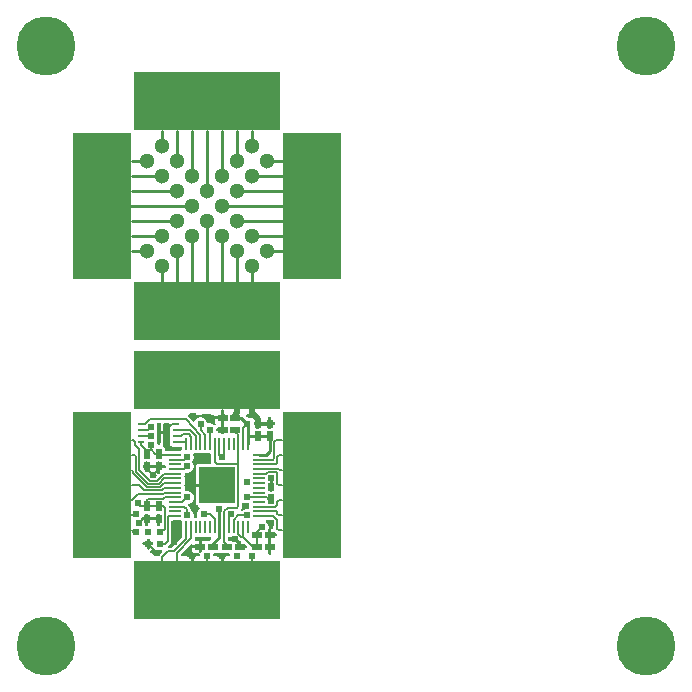
<source format=gtl>
G04 Layer: TopLayer*
G04 Panelize: , Column: 2, Row: 2, Board Size: 58.42mm x 58.42mm, Panelized Board Size: 118.84mm x 118.84mm*
G04 EasyEDA v6.5.34, 2023-08-21 18:11:39*
G04 a2cfa06f5d3c446ba3be34bd05ffaa75,5a6b42c53f6a479593ecc07194224c93,10*
G04 Gerber Generator version 0.2*
G04 Scale: 100 percent, Rotated: No, Reflected: No *
G04 Dimensions in millimeters *
G04 leading zeros omitted , absolute positions ,4 integer and 5 decimal *
%FSLAX45Y45*%
%MOMM*%

%AMMACRO1*21,1,$1,$2,0,0,$3*%
%ADD10C,0.2540*%
%ADD11C,0.1270*%
%ADD12C,0.5000*%
%ADD13R,0.5500X0.5500*%
%ADD14MACRO1,0.54X0.7901X0.0000*%
%ADD15R,0.5400X0.7901*%
%ADD16R,0.6000X0.2800*%
%ADD17R,0.3000X1.7000*%
%ADD18MACRO1,0.54X0.7901X-90.0000*%
%ADD19MACRO1,0.54X0.7901X90.0000*%
%ADD20R,1.1000X0.2000*%
%ADD21R,0.2000X1.1000*%
%ADD22R,3.1000X3.1000*%
%ADD23C,5.0000*%
%ADD24R,5.0000X12.4000*%
%ADD25R,12.4000X5.0000*%
%ADD26C,1.3000*%
%ADD27C,0.6096*%
%ADD28C,0.0133*%

%LPD*%
G36*
X2111705Y2309774D02*
G01*
X2108200Y2310688D01*
X2102053Y2313533D01*
X2092604Y2316073D01*
X2084578Y2316784D01*
X2081174Y2317699D01*
X2078278Y2319731D01*
X2076297Y2321712D01*
X2074062Y2325116D01*
X2073351Y2329180D01*
X2074265Y2333142D01*
X2076704Y2336444D01*
X2080971Y2338730D01*
X2085898Y2341727D01*
X2088235Y2343962D01*
X2091436Y2346096D01*
X2095195Y2346858D01*
X2131110Y2347214D01*
X2135073Y2346452D01*
X2138476Y2344166D01*
X2140661Y2340762D01*
X2141372Y2336800D01*
X2140458Y2332837D01*
X2138070Y2329535D01*
X2133498Y2327097D01*
X2128570Y2323998D01*
X2124506Y2319934D01*
X2121103Y2314498D01*
X2118614Y2311806D01*
X2115362Y2310180D01*
G37*

%LPD*%
G36*
X2169160Y2220722D02*
G01*
X2165248Y2221484D01*
X2161946Y2223668D01*
X2159762Y2226970D01*
X2159000Y2230882D01*
X2159000Y2251608D01*
X2149246Y2251608D01*
X2145538Y2252268D01*
X2142388Y2254250D01*
X2140153Y2257247D01*
X2139137Y2260854D01*
X2138680Y2265934D01*
X2139188Y2270099D01*
X2141321Y2273706D01*
X2144725Y2276144D01*
X2148789Y2277008D01*
X2159000Y2277008D01*
X2159000Y2326436D01*
X2159812Y2330450D01*
X2162200Y2333802D01*
X2165654Y2335936D01*
X2169718Y2336546D01*
X2174798Y2336292D01*
X2178507Y2335326D01*
X2181606Y2333091D01*
X2183688Y2329891D01*
X2184400Y2326132D01*
X2184400Y2277008D01*
X2260600Y2277008D01*
X2260600Y2311908D01*
X2261514Y2316073D01*
X2264054Y2319528D01*
X2267813Y2321610D01*
X2272893Y2323185D01*
X2276652Y2323592D01*
X2280259Y2322576D01*
X2283307Y2320340D01*
X2285288Y2317140D01*
X2286000Y2313432D01*
X2286000Y2277008D01*
X2311501Y2277008D01*
X2315616Y2276144D01*
X2319020Y2273655D01*
X2321153Y2270048D01*
X2321610Y2265832D01*
X2321102Y2260752D01*
X2320086Y2257196D01*
X2317851Y2254250D01*
X2314651Y2252268D01*
X2310993Y2251608D01*
X2286000Y2251608D01*
X2286000Y2230882D01*
X2285238Y2226970D01*
X2283002Y2223668D01*
X2279700Y2221484D01*
X2275840Y2220722D01*
X2270760Y2220722D01*
X2266848Y2221484D01*
X2263546Y2223668D01*
X2261362Y2226970D01*
X2260600Y2230882D01*
X2260600Y2251608D01*
X2184400Y2251608D01*
X2184400Y2230882D01*
X2183638Y2226970D01*
X2181402Y2223668D01*
X2178100Y2221484D01*
X2174240Y2220722D01*
G37*

%LPD*%
G36*
X1874469Y2175256D02*
G01*
X1870252Y2175662D01*
X1866595Y2177796D01*
X1864055Y2181199D01*
X1863191Y2185365D01*
X1863191Y2197100D01*
X1831644Y2197100D01*
X1827733Y2197862D01*
X1824431Y2200046D01*
X1822246Y2203348D01*
X1821484Y2207260D01*
X1821484Y2212340D01*
X1822246Y2216200D01*
X1824431Y2219502D01*
X1827733Y2221738D01*
X1831644Y2222500D01*
X1863191Y2222500D01*
X1863191Y2298700D01*
X1810461Y2298700D01*
X1810461Y2284984D01*
X1811172Y2278634D01*
X1813102Y2273198D01*
X1818944Y2264308D01*
X1819656Y2260193D01*
X1818639Y2256129D01*
X1816049Y2252827D01*
X1812391Y2250846D01*
X1806803Y2250694D01*
X1804416Y2251303D01*
X1802231Y2252472D01*
X1793493Y2258618D01*
X1784553Y2262733D01*
X1775104Y2265273D01*
X1765300Y2266137D01*
X1754682Y2265222D01*
X1751126Y2265527D01*
X1747977Y2267000D01*
X1745437Y2269490D01*
X1743964Y2272690D01*
X1742033Y2279853D01*
X1737918Y2288794D01*
X1732280Y2296820D01*
X1725320Y2303780D01*
X1717293Y2309418D01*
X1708353Y2313533D01*
X1698904Y2316073D01*
X1693468Y2316581D01*
X1689455Y2317800D01*
X1686102Y2320899D01*
X1683867Y2318207D01*
X1680159Y2316327D01*
X1669846Y2313533D01*
X1660906Y2309418D01*
X1652879Y2303780D01*
X1645920Y2296820D01*
X1640281Y2288794D01*
X1639163Y2286355D01*
X1636877Y2283256D01*
X1633626Y2281174D01*
X1629765Y2280513D01*
X1626006Y2281326D01*
X1622755Y2283510D01*
X1585315Y2321102D01*
X1582318Y2323541D01*
X1579727Y2326741D01*
X1578610Y2330704D01*
X1579168Y2334768D01*
X1581251Y2338273D01*
X1584604Y2340711D01*
X1588617Y2341575D01*
X1644294Y2342134D01*
X1647189Y2341778D01*
X1649831Y2340610D01*
X1652473Y2338933D01*
X1657959Y2337003D01*
X1664258Y2336292D01*
X1677517Y2336292D01*
X1681581Y2335428D01*
X1684985Y2333040D01*
X1686153Y2332634D01*
X1689252Y2335479D01*
X1694434Y2336901D01*
X1699971Y2338730D01*
X1704238Y2341372D01*
X1706727Y2342438D01*
X1709420Y2342845D01*
X1769262Y2343454D01*
X1772107Y2343048D01*
X1774748Y2341880D01*
X1779473Y2338933D01*
X1784959Y2337003D01*
X1791258Y2336292D01*
X1800301Y2336292D01*
X1804212Y2335530D01*
X1807514Y2333294D01*
X1809699Y2329992D01*
X1810461Y2326132D01*
X1810461Y2324100D01*
X1863191Y2324100D01*
X1863191Y2334361D01*
X1863953Y2338222D01*
X1866138Y2341524D01*
X1869389Y2343708D01*
X1873250Y2344521D01*
X1878330Y2344572D01*
X1882241Y2343861D01*
X1885594Y2341626D01*
X1887829Y2338324D01*
X1888591Y2334412D01*
X1888591Y2324100D01*
X1909318Y2324100D01*
X1913229Y2323338D01*
X1916531Y2321102D01*
X1918716Y2317800D01*
X1919478Y2313940D01*
X1919478Y2308860D01*
X1918716Y2304948D01*
X1916531Y2301646D01*
X1913229Y2299462D01*
X1909318Y2298700D01*
X1888591Y2298700D01*
X1888591Y2222500D01*
X1909318Y2222500D01*
X1913229Y2221738D01*
X1916531Y2219502D01*
X1918716Y2216200D01*
X1919478Y2212340D01*
X1919478Y2207260D01*
X1918716Y2203348D01*
X1916531Y2200046D01*
X1913229Y2197862D01*
X1909318Y2197100D01*
X1888591Y2197100D01*
X1888591Y2185924D01*
X1887931Y2182317D01*
X1886000Y2179167D01*
X1883105Y2176881D01*
X1879549Y2175814D01*
G37*

%LPD*%
G36*
X1396695Y2032152D02*
G01*
X1392783Y2032863D01*
X1389430Y2035098D01*
X1387195Y2038400D01*
X1386382Y2042312D01*
X1386382Y2049221D01*
X1385671Y2055571D01*
X1383792Y2061006D01*
X1380693Y2065934D01*
X1376629Y2069998D01*
X1373581Y2071928D01*
X1370685Y2074672D01*
X1369060Y2078278D01*
X1368958Y2082241D01*
X1370380Y2085949D01*
X1371752Y2088184D01*
X1373682Y2093671D01*
X1374394Y2099970D01*
X1374394Y2171700D01*
X1346200Y2171700D01*
X1346200Y2164842D01*
X1345234Y2160574D01*
X1344015Y2159000D01*
X1345234Y2157425D01*
X1346200Y2153107D01*
X1346200Y2088642D01*
X1345234Y2084374D01*
X1342542Y2080869D01*
X1338681Y2078837D01*
X1334262Y2078634D01*
X1330198Y2080361D01*
X1327251Y2083562D01*
X1325930Y2087778D01*
X1325473Y2092604D01*
X1322933Y2102053D01*
X1321765Y2104644D01*
X1320800Y2108962D01*
X1320800Y2132838D01*
X1321765Y2137156D01*
X1322933Y2139746D01*
X1325473Y2149195D01*
X1325930Y2154021D01*
X1327251Y2158187D01*
X1327251Y2159762D01*
X1325930Y2163978D01*
X1325473Y2168804D01*
X1322933Y2178253D01*
X1320901Y2182672D01*
X1319936Y2186787D01*
X1320800Y2191004D01*
X1320800Y2209038D01*
X1321765Y2213356D01*
X1322933Y2215946D01*
X1325473Y2225395D01*
X1325930Y2230221D01*
X1327251Y2234387D01*
X1327251Y2235962D01*
X1325930Y2240178D01*
X1325473Y2245004D01*
X1323187Y2253640D01*
X1322882Y2257348D01*
X1323949Y2260904D01*
X1326184Y2263851D01*
X1329334Y2265781D01*
X1332992Y2266442D01*
X1336040Y2266442D01*
X1339900Y2265680D01*
X1343202Y2263444D01*
X1345438Y2260193D01*
X1346200Y2256282D01*
X1346200Y2241042D01*
X1345234Y2236774D01*
X1344015Y2235200D01*
X1345234Y2233625D01*
X1346200Y2229307D01*
X1346200Y2197100D01*
X1374394Y2197100D01*
X1374394Y2256282D01*
X1375156Y2260193D01*
X1377391Y2263444D01*
X1380693Y2265680D01*
X1384554Y2266442D01*
X1418183Y2266442D01*
X1422044Y2265680D01*
X1425346Y2263444D01*
X1427530Y2260193D01*
X1428343Y2256282D01*
X1428343Y2245969D01*
X1429054Y2239670D01*
X1430274Y2234387D01*
X1429054Y2229154D01*
X1428343Y2222804D01*
X1428343Y2195982D01*
X1429054Y2189632D01*
X1430274Y2184400D01*
X1429004Y2179167D01*
X1428292Y2172817D01*
X1428292Y2145995D01*
X1429004Y2139645D01*
X1430274Y2134362D01*
X1429054Y2129129D01*
X1428343Y2122830D01*
X1428343Y2095957D01*
X1429054Y2089657D01*
X1430934Y2084171D01*
X1434033Y2079294D01*
X1438148Y2075180D01*
X1443024Y2072132D01*
X1448460Y2070201D01*
X1454810Y2069490D01*
X1513586Y2069490D01*
X1521460Y2070455D01*
X1525727Y2070100D01*
X1529435Y2068017D01*
X1531975Y2064562D01*
X1532890Y2060397D01*
X1532890Y2045970D01*
X1532128Y2042058D01*
X1529892Y2038807D01*
X1526590Y2036572D01*
X1522730Y2035810D01*
X1419352Y2035810D01*
X1413052Y2035098D01*
X1406499Y2032812D01*
X1403299Y2032254D01*
G37*

%LPD*%
G36*
X1641602Y1899412D02*
G01*
X1637741Y1899920D01*
X1634337Y1901850D01*
X1631899Y1904898D01*
X1630832Y1908657D01*
X1630273Y1914804D01*
X1627733Y1924253D01*
X1623618Y1933193D01*
X1620723Y1937257D01*
X1619097Y1941017D01*
X1619097Y1945132D01*
X1620723Y1948942D01*
X1623618Y1953006D01*
X1627733Y1961946D01*
X1630273Y1971395D01*
X1631137Y1981200D01*
X1630273Y1990953D01*
X1627479Y2001367D01*
X1627225Y2005279D01*
X1628495Y2008987D01*
X1631035Y2011984D01*
X1634540Y2013762D01*
X1639366Y2014016D01*
X1658213Y2014016D01*
X1664563Y2014728D01*
X1668780Y2015591D01*
X1673047Y2014728D01*
X1679346Y2014016D01*
X1698243Y2014016D01*
X1704543Y2014728D01*
X1708810Y2015591D01*
X1713026Y2014728D01*
X1719376Y2014016D01*
X1738223Y2014016D01*
X1744522Y2014728D01*
X1748789Y2015591D01*
X1753057Y2014728D01*
X1759356Y2014016D01*
X1766316Y2014016D01*
X1770227Y2013204D01*
X1773478Y2011019D01*
X1775714Y2007717D01*
X1776475Y2003856D01*
X1776475Y1938274D01*
X1777136Y1932025D01*
X1776679Y1927809D01*
X1774596Y1924151D01*
X1771142Y1921713D01*
X1767027Y1920798D01*
X1674368Y1920798D01*
X1668018Y1920087D01*
X1662582Y1918207D01*
X1657654Y1915109D01*
X1653590Y1910994D01*
X1648510Y1902764D01*
X1645361Y1900428D01*
G37*

%LPD*%
G36*
X1330960Y1837994D02*
G01*
X1327048Y1838756D01*
X1323797Y1840941D01*
X1321562Y1844243D01*
X1320800Y1848154D01*
X1320800Y1888591D01*
X1244600Y1888591D01*
X1244600Y1860854D01*
X1243838Y1856943D01*
X1241602Y1853641D01*
X1238300Y1851456D01*
X1234440Y1850694D01*
X1230528Y1851456D01*
X1227277Y1853641D01*
X1222197Y1858721D01*
X1219962Y1862023D01*
X1219200Y1865934D01*
X1219200Y1888591D01*
X1210818Y1888591D01*
X1206906Y1889353D01*
X1203655Y1891588D01*
X1201420Y1894839D01*
X1200658Y1898751D01*
X1200658Y1903831D01*
X1201420Y1907692D01*
X1203655Y1910994D01*
X1206906Y1913229D01*
X1210818Y1913991D01*
X1219200Y1913991D01*
X1219200Y1934718D01*
X1219962Y1938629D01*
X1222197Y1941931D01*
X1225448Y1944116D01*
X1229360Y1944878D01*
X1234440Y1944878D01*
X1238300Y1944116D01*
X1241602Y1941931D01*
X1243838Y1938629D01*
X1244600Y1934718D01*
X1244600Y1913991D01*
X1320800Y1913991D01*
X1320800Y1934718D01*
X1321562Y1938629D01*
X1323797Y1941931D01*
X1327048Y1944116D01*
X1330960Y1944878D01*
X1336040Y1944878D01*
X1339900Y1944116D01*
X1343202Y1941931D01*
X1345438Y1938629D01*
X1346200Y1934718D01*
X1346200Y1913991D01*
X1383385Y1913991D01*
X1387805Y1912975D01*
X1391361Y1910181D01*
X1393291Y1906117D01*
X1394206Y1902206D01*
X1394460Y1899361D01*
X1393494Y1895398D01*
X1391361Y1891842D01*
X1387957Y1889455D01*
X1383893Y1888591D01*
X1346200Y1888591D01*
X1346200Y1853234D01*
X1345438Y1849323D01*
X1343202Y1846021D01*
X1338122Y1840941D01*
X1334820Y1838756D01*
G37*

%LPD*%
G36*
X1274876Y1810257D02*
G01*
X1270965Y1811020D01*
X1267663Y1813255D01*
X1261008Y1819910D01*
X1258773Y1823313D01*
X1258062Y1827275D01*
X1258976Y1831289D01*
X1261364Y1834591D01*
X1264869Y1836674D01*
X1270101Y1838502D01*
X1278788Y1844293D01*
X1282700Y1845056D01*
X1286560Y1844293D01*
X1290370Y1841601D01*
X1295298Y1838502D01*
X1300734Y1836572D01*
X1308506Y1835861D01*
X1312418Y1835099D01*
X1315720Y1832914D01*
X1317904Y1829612D01*
X1318666Y1825701D01*
X1317904Y1821840D01*
X1315720Y1818538D01*
X1310436Y1813255D01*
X1307134Y1811020D01*
X1303223Y1810257D01*
G37*

%LPD*%
G36*
X2283460Y1687322D02*
G01*
X2279548Y1688084D01*
X2276246Y1690268D01*
X2274062Y1693570D01*
X2273300Y1697482D01*
X2273300Y1718310D01*
X2271166Y1718919D01*
X2267966Y1720900D01*
X2265730Y1723948D01*
X2264714Y1727555D01*
X2264308Y1732635D01*
X2264765Y1736496D01*
X2266594Y1739900D01*
X2269591Y1742389D01*
X2273300Y1743557D01*
X2273300Y1796440D01*
X2269896Y1797608D01*
X2267153Y1799843D01*
X2265324Y1802942D01*
X2264714Y1806498D01*
X2264714Y1808835D01*
X2265578Y1813001D01*
X2268118Y1816404D01*
X2271420Y1819351D01*
X2274570Y1821281D01*
X2278176Y1821942D01*
X2294382Y1821942D01*
X2298293Y1821180D01*
X2301544Y1818944D01*
X2303780Y1815693D01*
X2304542Y1811782D01*
X2304542Y1806498D01*
X2303830Y1802739D01*
X2301798Y1799539D01*
X2298700Y1797253D01*
X2298700Y1743608D01*
X2302611Y1742998D01*
X2305659Y1741220D01*
X2307945Y1738528D01*
X2310892Y1733448D01*
X2312162Y1729435D01*
X2311755Y1725218D01*
X2309622Y1721561D01*
X2306218Y1719072D01*
X2302103Y1718208D01*
X2298700Y1718208D01*
X2298700Y1697482D01*
X2297938Y1693570D01*
X2295702Y1690268D01*
X2292400Y1688084D01*
X2288540Y1687322D01*
G37*

%LPD*%
G36*
X1825193Y1591157D02*
G01*
X1821637Y1592173D01*
X1818690Y1594459D01*
X1816760Y1597609D01*
X1816100Y1601266D01*
X1816100Y1727200D01*
X1647901Y1727200D01*
X1647901Y1659585D01*
X1647037Y1655521D01*
X1644650Y1652168D01*
X1641093Y1649984D01*
X1636979Y1649475D01*
X1632966Y1650593D01*
X1629765Y1653235D01*
X1623618Y1666493D01*
X1617980Y1674520D01*
X1611020Y1681480D01*
X1602994Y1687118D01*
X1594053Y1691233D01*
X1584604Y1693773D01*
X1574800Y1694637D01*
X1565046Y1693773D01*
X1560626Y1694383D01*
X1556918Y1696821D01*
X1554581Y1700631D01*
X1554073Y1705051D01*
X1554683Y1710486D01*
X1554683Y1729333D01*
X1553972Y1735632D01*
X1553108Y1739900D01*
X1553972Y1744167D01*
X1554683Y1750466D01*
X1554683Y1769313D01*
X1553972Y1775663D01*
X1553108Y1779879D01*
X1553972Y1784146D01*
X1554683Y1790496D01*
X1554683Y1809343D01*
X1553972Y1815642D01*
X1553108Y1819910D01*
X1553972Y1824126D01*
X1554683Y1830476D01*
X1554683Y1839315D01*
X1555546Y1843430D01*
X1557985Y1846783D01*
X1561592Y1848916D01*
X1565757Y1849424D01*
X1574800Y1848662D01*
X1584604Y1849526D01*
X1594053Y1852066D01*
X1602994Y1856181D01*
X1611020Y1861820D01*
X1617980Y1868779D01*
X1623618Y1876806D01*
X1627886Y1886305D01*
X1629765Y1890014D01*
X1632966Y1892706D01*
X1636979Y1893824D01*
X1641093Y1893265D01*
X1644650Y1891131D01*
X1647037Y1887778D01*
X1647901Y1883714D01*
X1647901Y1752600D01*
X1816100Y1752600D01*
X1816100Y1875485D01*
X1816912Y1879447D01*
X1819198Y1882800D01*
X1822653Y1884984D01*
X1826666Y1885645D01*
X1831746Y1885442D01*
X1835505Y1884527D01*
X1838655Y1882343D01*
X1840738Y1879092D01*
X1841500Y1875282D01*
X1841500Y1752600D01*
X1964943Y1752600D01*
X1968855Y1751838D01*
X1972157Y1749602D01*
X1974342Y1746300D01*
X1975104Y1742389D01*
X1975104Y1737309D01*
X1974291Y1733448D01*
X1972106Y1730146D01*
X1968804Y1727962D01*
X1964943Y1727200D01*
X1841500Y1727200D01*
X1841500Y1602333D01*
X1840788Y1598676D01*
X1838807Y1595475D01*
X1835810Y1593240D01*
X1828901Y1591411D01*
G37*

%LPD*%
G36*
X2038959Y1527657D02*
G01*
X2035149Y1529283D01*
X2032355Y1532331D01*
X2030984Y1536192D01*
X2031238Y1540306D01*
X2036673Y1550568D01*
X2038451Y1557223D01*
X2038857Y1562354D01*
X2038959Y1580997D01*
X2039772Y1584960D01*
X2042058Y1588312D01*
X2045512Y1590446D01*
X2049525Y1591106D01*
X2053437Y1590141D01*
X2063546Y1585315D01*
X2072995Y1582826D01*
X2082800Y1581962D01*
X2092147Y1582775D01*
X2096566Y1582166D01*
X2100326Y1579727D01*
X2102662Y1575917D01*
X2103120Y1571498D01*
X2102866Y1569313D01*
X2102866Y1551584D01*
X2102002Y1547469D01*
X2099564Y1544066D01*
X2096007Y1541932D01*
X2091842Y1541475D01*
X2082800Y1542237D01*
X2072995Y1541373D01*
X2063546Y1538833D01*
X2054606Y1534718D01*
X2046884Y1529283D01*
X2043074Y1527657D01*
G37*

%LPD*%
G36*
X1640484Y1465834D02*
G01*
X1636369Y1466646D01*
X1632966Y1469085D01*
X1630832Y1472692D01*
X1630375Y1476857D01*
X1631137Y1485900D01*
X1630273Y1495704D01*
X1627733Y1505153D01*
X1623618Y1514094D01*
X1617980Y1522069D01*
X1610055Y1529943D01*
X1608023Y1532737D01*
X1607058Y1536090D01*
X1606296Y1543405D01*
X1604213Y1549806D01*
X1600809Y1555750D01*
X1597304Y1559814D01*
X1588922Y1568196D01*
X1586636Y1571752D01*
X1585976Y1575917D01*
X1587042Y1579981D01*
X1589735Y1583283D01*
X1602994Y1589481D01*
X1611020Y1595120D01*
X1617980Y1602079D01*
X1623618Y1610106D01*
X1627886Y1619656D01*
X1629765Y1623314D01*
X1632966Y1626006D01*
X1636979Y1627124D01*
X1641093Y1626616D01*
X1644650Y1624431D01*
X1647037Y1621078D01*
X1647901Y1617014D01*
X1647901Y1585468D01*
X1648612Y1579168D01*
X1650492Y1573682D01*
X1653590Y1568805D01*
X1657654Y1564690D01*
X1662582Y1561642D01*
X1668018Y1559712D01*
X1672386Y1559204D01*
X1675993Y1558086D01*
X1678990Y1555750D01*
X1680870Y1552498D01*
X1681429Y1548739D01*
X1680565Y1545082D01*
X1678432Y1541932D01*
X1671320Y1534820D01*
X1665681Y1526794D01*
X1661566Y1517853D01*
X1659026Y1508404D01*
X1658162Y1498600D01*
X1659026Y1488795D01*
X1661718Y1478584D01*
X1662023Y1474927D01*
X1660956Y1471371D01*
X1658721Y1468424D01*
X1655572Y1466494D01*
X1651914Y1465834D01*
G37*

%LPD*%
G36*
X1229360Y1396339D02*
G01*
X1225448Y1397101D01*
X1222197Y1399286D01*
X1219962Y1402588D01*
X1219200Y1406499D01*
X1219200Y1444091D01*
X1192428Y1444091D01*
X1188516Y1444853D01*
X1185214Y1447088D01*
X1183030Y1450340D01*
X1182268Y1454251D01*
X1183030Y1458163D01*
X1188110Y1465173D01*
X1190345Y1467459D01*
X1193241Y1468983D01*
X1196441Y1469491D01*
X1219200Y1469491D01*
X1219200Y1490218D01*
X1219962Y1494129D01*
X1222197Y1497431D01*
X1225448Y1499616D01*
X1229360Y1500378D01*
X1234440Y1500378D01*
X1238300Y1499616D01*
X1241602Y1497431D01*
X1243838Y1494129D01*
X1244600Y1490218D01*
X1244600Y1469491D01*
X1320800Y1469491D01*
X1320800Y1490218D01*
X1321562Y1494129D01*
X1323797Y1497431D01*
X1327048Y1499616D01*
X1330960Y1500378D01*
X1336040Y1500378D01*
X1339900Y1499616D01*
X1343202Y1497431D01*
X1345438Y1494129D01*
X1346200Y1490218D01*
X1346200Y1468526D01*
X1349298Y1466291D01*
X1351330Y1463090D01*
X1352042Y1459331D01*
X1352042Y1454251D01*
X1351330Y1450492D01*
X1349298Y1447292D01*
X1346200Y1445056D01*
X1346200Y1406499D01*
X1345438Y1402588D01*
X1343202Y1399286D01*
X1339900Y1397101D01*
X1336040Y1396339D01*
X1330960Y1396339D01*
X1327048Y1397101D01*
X1323797Y1399286D01*
X1321562Y1402588D01*
X1320800Y1406499D01*
X1320800Y1444091D01*
X1244600Y1444091D01*
X1244600Y1406499D01*
X1243838Y1402588D01*
X1241602Y1399286D01*
X1238300Y1397101D01*
X1234440Y1396339D01*
G37*

%LPD*%
G36*
X1170279Y1396288D02*
G01*
X1166418Y1397203D01*
X1162253Y1399133D01*
X1149197Y1402689D01*
X1146200Y1404975D01*
X1144219Y1408125D01*
X1143508Y1411833D01*
X1143508Y1432966D01*
X1144219Y1436674D01*
X1146200Y1439824D01*
X1149197Y1442110D01*
X1162253Y1445666D01*
X1164539Y1446682D01*
X1168450Y1447647D01*
X1172464Y1446987D01*
X1175867Y1444802D01*
X1178204Y1441450D01*
X1178966Y1437487D01*
X1178966Y1417878D01*
X1179677Y1411528D01*
X1180338Y1409750D01*
X1180896Y1405890D01*
X1179880Y1402029D01*
X1177544Y1398879D01*
X1174140Y1396847D01*
G37*

%LPD*%
G36*
X1968500Y1268780D02*
G01*
X1965147Y1269339D01*
X1959254Y1271371D01*
X1952904Y1272082D01*
X1931212Y1272082D01*
X1927352Y1272895D01*
X1924050Y1275080D01*
X1921814Y1278382D01*
X1921052Y1282242D01*
X1921052Y1293825D01*
X1921814Y1297736D01*
X1924050Y1301038D01*
X1927352Y1303223D01*
X1931212Y1303985D01*
X1938223Y1303985D01*
X1944522Y1304696D01*
X1948789Y1305610D01*
X1953056Y1304696D01*
X1959356Y1303985D01*
X1978202Y1303985D01*
X1984400Y1304696D01*
X1987397Y1304594D01*
X1990242Y1303578D01*
X1992680Y1301800D01*
X2005025Y1289456D01*
X2007209Y1286154D01*
X2008022Y1282242D01*
X2007209Y1278382D01*
X2005025Y1275080D01*
X2001723Y1272895D01*
X1997862Y1272082D01*
X1984044Y1272082D01*
X1977745Y1271371D01*
X1971852Y1269339D01*
G37*

%LPD*%
G36*
X1423212Y1213358D02*
G01*
X1419301Y1214120D01*
X1415999Y1216355D01*
X1413814Y1219606D01*
X1413052Y1223518D01*
X1413814Y1227429D01*
X1415999Y1230680D01*
X1432153Y1246835D01*
X1436725Y1252474D01*
X1439773Y1258468D01*
X1441551Y1265072D01*
X1441958Y1270406D01*
X1441958Y1433830D01*
X1442720Y1437741D01*
X1444955Y1441043D01*
X1448206Y1443228D01*
X1452118Y1443990D01*
X1522730Y1443990D01*
X1526590Y1443228D01*
X1529892Y1441043D01*
X1532128Y1437741D01*
X1532890Y1433830D01*
X1532890Y1330452D01*
X1533601Y1324152D01*
X1535887Y1317650D01*
X1536446Y1314297D01*
X1536446Y1306880D01*
X1535684Y1302969D01*
X1533448Y1299667D01*
X1450136Y1216355D01*
X1446834Y1214120D01*
X1442923Y1213358D01*
G37*

%LPD*%
G36*
X1248460Y1197305D02*
G01*
X1244396Y1199083D01*
X1241450Y1202436D01*
X1240688Y1203960D01*
X1237488Y1207820D01*
X1235760Y1210818D01*
X1235202Y1214272D01*
X1235202Y1235202D01*
X1214221Y1235202D01*
X1210767Y1235811D01*
X1207770Y1237538D01*
X1203960Y1240688D01*
X1202385Y1241501D01*
X1199032Y1244396D01*
X1197203Y1248460D01*
X1197305Y1252931D01*
X1199337Y1256893D01*
X1202842Y1259636D01*
X1207160Y1260602D01*
X1235202Y1260602D01*
X1235202Y1279347D01*
X1235964Y1283258D01*
X1238148Y1286560D01*
X1241450Y1288745D01*
X1245362Y1289507D01*
X1250442Y1289507D01*
X1254302Y1288745D01*
X1257604Y1286560D01*
X1259840Y1283258D01*
X1260602Y1279347D01*
X1260602Y1260602D01*
X1279296Y1260602D01*
X1283208Y1259840D01*
X1286510Y1257655D01*
X1288694Y1254353D01*
X1289456Y1250442D01*
X1289456Y1245362D01*
X1288694Y1241501D01*
X1286510Y1238199D01*
X1283208Y1236014D01*
X1279296Y1235202D01*
X1260602Y1235202D01*
X1260602Y1207262D01*
X1259636Y1202893D01*
X1256893Y1199388D01*
X1252880Y1197406D01*
G37*

%LPD*%
G36*
X2025192Y1191260D02*
G01*
X2021230Y1192174D01*
X2016150Y1194562D01*
X2013051Y1196797D01*
X2011019Y1199997D01*
X2010308Y1203756D01*
X2010308Y1206500D01*
X1989582Y1206500D01*
X1985670Y1207262D01*
X1982368Y1209497D01*
X1980184Y1212748D01*
X1979422Y1216660D01*
X1979422Y1221740D01*
X1980184Y1225600D01*
X1982368Y1228902D01*
X1985670Y1231138D01*
X1989582Y1231900D01*
X2010308Y1231900D01*
X2010308Y1264615D01*
X2011019Y1268374D01*
X2013000Y1271574D01*
X2016099Y1273810D01*
X2019757Y1274775D01*
X2023516Y1274318D01*
X2028596Y1272743D01*
X2032304Y1270660D01*
X2034793Y1267206D01*
X2035708Y1263040D01*
X2035708Y1231900D01*
X2071065Y1231900D01*
X2074976Y1231138D01*
X2078228Y1228902D01*
X2083307Y1223822D01*
X2085543Y1220520D01*
X2086305Y1216660D01*
X2085543Y1212748D01*
X2083307Y1209497D01*
X2080056Y1207262D01*
X2076145Y1206500D01*
X2035708Y1206500D01*
X2035708Y1201369D01*
X2034895Y1197406D01*
X2032609Y1194104D01*
X2029206Y1191920D01*
G37*

%LPD*%
G36*
X2280361Y1155090D02*
G01*
X2276602Y1155496D01*
X2271522Y1157020D01*
X2267762Y1159103D01*
X2265222Y1162558D01*
X2264308Y1166774D01*
X2264308Y1206500D01*
X2243582Y1206500D01*
X2239670Y1207262D01*
X2236368Y1209497D01*
X2234184Y1212748D01*
X2233422Y1216660D01*
X2233422Y1221740D01*
X2234184Y1225600D01*
X2236368Y1228902D01*
X2239670Y1231138D01*
X2243582Y1231900D01*
X2264308Y1231900D01*
X2264308Y1308100D01*
X2243582Y1308100D01*
X2239670Y1308862D01*
X2236368Y1311097D01*
X2234184Y1314348D01*
X2233422Y1318260D01*
X2233422Y1323340D01*
X2234184Y1327200D01*
X2236368Y1330502D01*
X2239670Y1332738D01*
X2243582Y1333500D01*
X2264308Y1333500D01*
X2264308Y1369466D01*
X2265273Y1374495D01*
X2266137Y1384300D01*
X2265273Y1394104D01*
X2262733Y1403553D01*
X2258618Y1412494D01*
X2252980Y1420520D01*
X2242362Y1431188D01*
X2241042Y1435404D01*
X2241600Y1439824D01*
X2244039Y1443532D01*
X2247747Y1445869D01*
X2251151Y1447038D01*
X2254554Y1447596D01*
X2287117Y1447596D01*
X2291029Y1446834D01*
X2294331Y1444650D01*
X2301544Y1437436D01*
X2303780Y1434134D01*
X2304542Y1430223D01*
X2304542Y1383842D01*
X2303780Y1379982D01*
X2301544Y1376680D01*
X2298242Y1374495D01*
X2294382Y1373682D01*
X2289708Y1373682D01*
X2289708Y1333500D01*
X2326386Y1333500D01*
X2328773Y1333195D01*
X2333244Y1331214D01*
X2336647Y1328420D01*
X2338527Y1324457D01*
X2338578Y1320038D01*
X2337714Y1316126D01*
X2336444Y1312926D01*
X2334158Y1310335D01*
X2331161Y1308658D01*
X2327808Y1308100D01*
X2289708Y1308100D01*
X2289708Y1231900D01*
X2311146Y1231900D01*
X2315006Y1231138D01*
X2318308Y1228902D01*
X2320544Y1225600D01*
X2321306Y1221740D01*
X2321306Y1216660D01*
X2320544Y1212748D01*
X2318308Y1209497D01*
X2315006Y1207262D01*
X2311146Y1206500D01*
X2289708Y1206500D01*
X2289708Y1165199D01*
X2288997Y1161542D01*
X2287016Y1158341D01*
X2283968Y1156106D01*
G37*

%LPD*%
G36*
X1322171Y1140561D02*
G01*
X1318615Y1141120D01*
X1313840Y1142796D01*
X1307541Y1143508D01*
X1302715Y1143508D01*
X1299159Y1144168D01*
X1296009Y1146048D01*
X1293774Y1148892D01*
X1291488Y1153160D01*
X1286357Y1159357D01*
X1280160Y1164488D01*
X1273708Y1167942D01*
X1271320Y1169670D01*
X1269542Y1172057D01*
X1265529Y1179525D01*
X1264361Y1183335D01*
X1264716Y1187297D01*
X1266545Y1190802D01*
X1269644Y1193292D01*
X1273403Y1194460D01*
X1281176Y1195273D01*
X1286611Y1197152D01*
X1289964Y1199286D01*
X1293469Y1200658D01*
X1297279Y1200658D01*
X1300784Y1199286D01*
X1304188Y1197152D01*
X1309624Y1195222D01*
X1315923Y1194511D01*
X1352956Y1194511D01*
X1356868Y1193749D01*
X1360170Y1191564D01*
X1362354Y1188262D01*
X1363116Y1184351D01*
X1362354Y1180490D01*
X1360170Y1177188D01*
X1336446Y1153464D01*
X1331874Y1147826D01*
X1328826Y1143203D01*
X1325727Y1141272D01*
G37*

%LPD*%
G36*
X1843938Y1130300D02*
G01*
X1840026Y1131062D01*
X1836775Y1133297D01*
X1832203Y1137818D01*
X1827326Y1140866D01*
X1821840Y1142796D01*
X1815541Y1143508D01*
X1805533Y1143508D01*
X1802079Y1144117D01*
X1799082Y1145794D01*
X1796796Y1148435D01*
X1795576Y1151636D01*
X1795068Y1154125D01*
X1795170Y1158544D01*
X1797151Y1162558D01*
X1800656Y1165301D01*
X1805025Y1166266D01*
X1833321Y1166266D01*
X1839671Y1166977D01*
X1845106Y1168908D01*
X1848815Y1171194D01*
X1852320Y1172616D01*
X1856079Y1172616D01*
X1859584Y1171194D01*
X1863293Y1168908D01*
X1868728Y1166977D01*
X1875078Y1166266D01*
X1928774Y1166266D01*
X1933143Y1165301D01*
X1936648Y1162558D01*
X1938629Y1158544D01*
X1938731Y1154125D01*
X1938223Y1151636D01*
X1937004Y1148435D01*
X1934718Y1145794D01*
X1931670Y1144117D01*
X1928266Y1143508D01*
X1918258Y1143508D01*
X1912366Y1142898D01*
X1906828Y1141069D01*
X1901901Y1138021D01*
X1896059Y1132433D01*
X1893112Y1130858D01*
X1889810Y1130300D01*
G37*

%LPD*%
G36*
X1589938Y1130300D02*
G01*
X1586026Y1131062D01*
X1582775Y1133297D01*
X1578203Y1137818D01*
X1573326Y1140866D01*
X1567840Y1142796D01*
X1561541Y1143508D01*
X1537258Y1143508D01*
X1531569Y1142898D01*
X1527454Y1143304D01*
X1523847Y1145336D01*
X1521307Y1148638D01*
X1520342Y1152652D01*
X1521053Y1156716D01*
X1523339Y1160221D01*
X1602638Y1239520D01*
X1605940Y1241704D01*
X1609801Y1242466D01*
X1613712Y1241704D01*
X1617014Y1239520D01*
X1619199Y1236218D01*
X1619961Y1231900D01*
X1672691Y1231900D01*
X1672691Y1272082D01*
X1650085Y1272082D01*
X1646428Y1272794D01*
X1643278Y1274724D01*
X1641043Y1277670D01*
X1639976Y1281226D01*
X1640687Y1286408D01*
X1641093Y1293825D01*
X1641856Y1297736D01*
X1644091Y1301038D01*
X1647342Y1303223D01*
X1651254Y1303985D01*
X1658213Y1303985D01*
X1664563Y1304696D01*
X1668780Y1305610D01*
X1673047Y1304696D01*
X1679346Y1303985D01*
X1698243Y1303985D01*
X1704543Y1304696D01*
X1708810Y1305610D01*
X1713026Y1304696D01*
X1719376Y1303985D01*
X1738223Y1303985D01*
X1744522Y1304696D01*
X1748789Y1305610D01*
X1753057Y1304696D01*
X1759356Y1303985D01*
X1770989Y1303985D01*
X1774850Y1303223D01*
X1778152Y1301038D01*
X1780336Y1297736D01*
X1781149Y1293876D01*
X1780387Y1289964D01*
X1778203Y1286662D01*
X1766722Y1275130D01*
X1763420Y1272895D01*
X1759508Y1272082D01*
X1755444Y1272082D01*
X1749145Y1271371D01*
X1743252Y1269339D01*
X1739900Y1268780D01*
X1736547Y1269339D01*
X1730654Y1271371D01*
X1724304Y1272082D01*
X1698091Y1272082D01*
X1698091Y1231900D01*
X1718818Y1231900D01*
X1722729Y1231138D01*
X1726031Y1228902D01*
X1728216Y1225600D01*
X1728978Y1221740D01*
X1728978Y1216660D01*
X1728216Y1212748D01*
X1726031Y1209497D01*
X1722729Y1207262D01*
X1718818Y1206500D01*
X1698091Y1206500D01*
X1698091Y1184351D01*
X1697634Y1181303D01*
X1696262Y1178560D01*
X1691182Y1171295D01*
X1688084Y1168400D01*
X1684020Y1167028D01*
X1679803Y1167434D01*
X1676095Y1169517D01*
X1673606Y1172972D01*
X1672691Y1177086D01*
X1672691Y1206500D01*
X1619961Y1206500D01*
X1619961Y1192784D01*
X1620672Y1186434D01*
X1622602Y1180998D01*
X1625701Y1176070D01*
X1629765Y1172006D01*
X1634693Y1168908D01*
X1640128Y1166977D01*
X1646478Y1166266D01*
X1674774Y1166266D01*
X1679143Y1165301D01*
X1682648Y1162558D01*
X1684629Y1158544D01*
X1684731Y1154125D01*
X1684223Y1151636D01*
X1683004Y1148435D01*
X1680718Y1145794D01*
X1677720Y1144117D01*
X1674266Y1143508D01*
X1664258Y1143508D01*
X1658366Y1142898D01*
X1652828Y1141069D01*
X1647901Y1138021D01*
X1642922Y1133195D01*
X1639620Y1131062D01*
X1635810Y1130300D01*
G37*

%LPD*%
D10*
X1739900Y3975100D02*
G01*
X1739900Y3467094D01*
X1866900Y4102100D02*
G01*
X2387594Y4102100D01*
X2387600Y4102094D01*
X1612900Y4102100D02*
G01*
X1092205Y4102100D01*
X1092200Y4102094D01*
X1612900Y4356100D02*
G01*
X1612900Y4737087D01*
X1739900Y4229100D02*
G01*
X1739900Y4737087D01*
X1485900Y4483100D02*
G01*
X1485900Y4737087D01*
X1358900Y4610100D02*
G01*
X1358900Y4737087D01*
X1231897Y4483089D02*
G01*
X1104897Y4483089D01*
X1358897Y4356092D02*
G01*
X1104897Y4356092D01*
X1485897Y4229092D02*
G01*
X1104897Y4229092D01*
X1485897Y3975092D02*
G01*
X1104897Y3975092D01*
X1231897Y3721092D02*
G01*
X1104897Y3721092D01*
X1104900Y3848100D02*
G01*
X1358900Y3848100D01*
X1358897Y3594092D02*
G01*
X1358897Y3467092D01*
X1485897Y3721092D02*
G01*
X1485897Y3467092D01*
X1612897Y3848092D02*
G01*
X1612897Y3467092D01*
X1866897Y3848092D02*
G01*
X1866897Y3467092D01*
X1866900Y4356089D02*
G01*
X1866900Y4737089D01*
X1993897Y4483089D02*
G01*
X1993897Y4737089D01*
X2120894Y4610089D02*
G01*
X2120894Y4737089D01*
X2247894Y4483092D02*
G01*
X2374894Y4483092D01*
X2120897Y4356092D02*
G01*
X2374894Y4356092D01*
X1993897Y4229092D02*
G01*
X2374894Y4229092D01*
X1993894Y3975089D02*
G01*
X2374894Y3975089D01*
X2120894Y3848092D02*
G01*
X2374894Y3848092D01*
X2247894Y3721094D02*
G01*
X2374894Y3721094D01*
X2120897Y3594094D02*
G01*
X2120897Y3467092D01*
X1993897Y3721092D02*
G01*
X1993897Y3467092D01*
D11*
X1888741Y1384805D02*
G01*
X1888741Y1520444D01*
X1917700Y1549397D01*
X1993900Y1549397D01*
X2006600Y1562097D01*
X2008880Y2094989D01*
X1928812Y1384907D02*
G01*
X1928812Y1484312D01*
X1943100Y1498600D01*
X1888804Y1384909D02*
G01*
X1888804Y1257297D01*
X1913986Y1232115D01*
X1913986Y1219184D01*
X2048799Y1384909D02*
G01*
X2048799Y1303992D01*
X2133607Y1219184D01*
X2167986Y1219184D01*
X2183800Y1959889D02*
G01*
X2302789Y1959889D01*
X2311394Y1968494D01*
X2311394Y2108194D01*
X2324094Y2120894D01*
X2374894Y2120894D01*
X2183800Y1919884D02*
G01*
X2326284Y1919884D01*
X2336794Y1930394D01*
X2336794Y1981194D01*
X2349494Y1993894D01*
X2374894Y1993894D01*
X2183800Y1559890D02*
G01*
X2321887Y1559890D01*
X2336794Y1574797D01*
X2336794Y1600197D01*
X2349494Y1612897D01*
X2374894Y1612897D01*
X2082800Y1638300D02*
G01*
X2183891Y1639823D01*
X2209794Y1384297D02*
G01*
X2167986Y1342489D01*
X2167986Y1320784D01*
X2167986Y1320784D02*
G01*
X2167986Y1219184D01*
D12*
X2171674Y2264308D02*
G01*
X2171674Y2298725D01*
X2120900Y2349500D01*
X2120900Y2374894D01*
D10*
X2171674Y2264308D02*
G01*
X2273274Y2264308D01*
X2273274Y2264308D01*
X2088802Y2094892D02*
G01*
X2088802Y2152309D01*
X2091786Y2155291D01*
X2171700Y2155291D01*
X2171700Y2155291D02*
G01*
X2273300Y2155291D01*
X2273300Y2155291D01*
D11*
X2183891Y1639826D02*
G01*
X2247900Y1638300D01*
X2264308Y1621891D01*
X2286000Y1621891D01*
D10*
X2183805Y1999896D02*
G01*
X2241189Y1999896D01*
X2273300Y2032005D01*
X2273300Y2155291D01*
D12*
X1984903Y2311407D02*
G01*
X1984903Y2340503D01*
X1993894Y2349494D01*
X1993894Y2374894D01*
D10*
X1984903Y2311407D02*
G01*
X2031982Y2311407D01*
X2082794Y2260594D01*
D11*
X2008769Y2094890D02*
G01*
X2008769Y2171694D01*
X1984903Y2195560D01*
X1984903Y2209807D01*
X2048799Y2094890D02*
G01*
X2048799Y2226599D01*
X2082794Y2260594D01*
X1808734Y2094992D02*
G01*
X1808734Y1937765D01*
X1828800Y1917700D01*
X2008631Y1917700D01*
X1848799Y2094890D02*
G01*
X1848799Y1999292D01*
X1866897Y1981194D01*
X1888804Y2094890D02*
G01*
X1888804Y2003102D01*
X1866897Y1981194D01*
D10*
X2088804Y2094890D02*
G01*
X2088804Y2254585D01*
X2082794Y2260594D01*
X1794408Y1219200D02*
G01*
X1794408Y1248308D01*
X1848799Y1302699D01*
X1848799Y1384907D01*
D11*
X1608836Y1384807D02*
G01*
X1608836Y1291336D01*
X1485900Y1168400D01*
X1485900Y1104900D01*
X1484121Y2109470D02*
G01*
X1568704Y2109470D01*
X1568704Y2094992D01*
X1484246Y2159401D02*
G01*
X1524403Y2159401D01*
X1536697Y2171694D01*
X1587497Y2171694D01*
X1608769Y2150422D01*
X1608769Y2094890D01*
X1484246Y2209388D02*
G01*
X1600603Y2209388D01*
X1648800Y2161192D01*
X1648800Y2094890D01*
X1182748Y2209391D02*
G01*
X1244191Y2209391D01*
X1270000Y2235200D01*
X1182748Y2159403D02*
G01*
X1269596Y2159403D01*
X1270000Y2159000D01*
X1768815Y2094890D02*
G01*
X1768815Y2206277D01*
X1765297Y2209794D01*
X1728812Y2094892D02*
G01*
X1728812Y2170082D01*
X1689100Y2209794D01*
X1689100Y2260600D01*
X1182623Y2259329D02*
G01*
X1217929Y2259329D01*
X1257300Y2298700D01*
X1562100Y2298700D01*
X1688845Y2171445D01*
X1688845Y2094992D01*
X1270000Y2082800D02*
G01*
X1270000Y2048510D01*
X1231900Y2010410D01*
X1270000Y2082800D02*
G01*
X1270000Y2044700D01*
X1304289Y2010410D01*
X1333500Y2010410D01*
X1333484Y2010303D02*
G01*
X1343893Y1999894D01*
X1473794Y1999894D01*
X1473794Y1879879D02*
G01*
X1549681Y1879879D01*
X1574797Y1904994D01*
X1473794Y1959889D02*
G01*
X1553491Y1959889D01*
X1574797Y1981194D01*
X1739897Y1142997D02*
G01*
X1739897Y1104897D01*
D10*
X1848799Y1384907D02*
G01*
X1848799Y1529400D01*
X1841500Y1536700D01*
X1866897Y1142997D02*
G01*
X1866897Y1104897D01*
D11*
X2120894Y1142997D02*
G01*
X2120894Y1104897D01*
X2183800Y1479880D02*
G01*
X2304712Y1479880D01*
X2336794Y1447797D01*
X2336794Y1371597D01*
X2349494Y1358897D01*
X2374894Y1358897D01*
X2008886Y1384807D02*
G01*
X2008886Y1331213D01*
X2036063Y1304036D01*
X2048763Y1304036D01*
X1968809Y1384907D02*
G01*
X1968809Y1448109D01*
X2006600Y1485900D01*
X2082800Y1485900D01*
D10*
X1612897Y1142997D02*
G01*
X1612897Y1104897D01*
D11*
X1808769Y1384907D02*
G01*
X1808769Y1455122D01*
X1765294Y1498600D01*
X1714500Y1498600D01*
X1473794Y1639900D02*
G01*
X1385900Y1639900D01*
X1371597Y1625597D01*
X1244597Y1625597D01*
X1231897Y1612897D01*
X1231884Y1565805D01*
X1473794Y1719884D02*
G01*
X1376984Y1719884D01*
X1358897Y1701797D01*
X1206497Y1701797D01*
X1168397Y1739897D01*
X1104897Y1739897D01*
X1473707Y1679955D02*
G01*
X1387855Y1679955D01*
X1371600Y1663700D01*
X1155700Y1663700D01*
X1104900Y1612900D01*
X1155697Y1587497D02*
G01*
X1177389Y1565805D01*
X1231884Y1565805D01*
X1231884Y1565805D02*
G01*
X1333484Y1565805D01*
X1333484Y1565805D02*
G01*
X1367889Y1565805D01*
X1384297Y1549397D01*
X1384297Y1371597D01*
X1355620Y1342920D01*
X1342895Y1342920D01*
X1473707Y1599945D02*
G01*
X1536445Y1599945D01*
X1574800Y1638300D01*
X1143000Y1498600D02*
G01*
X1117600Y1498600D01*
X1104900Y1485900D01*
X1143000Y1346200D02*
G01*
X1117600Y1346200D01*
X1104900Y1358900D01*
X1473794Y1479880D02*
G01*
X1416380Y1479880D01*
X1409697Y1473197D01*
X1409697Y1269997D01*
X1387599Y1247899D01*
X1342895Y1247899D01*
D10*
X2022998Y1219207D02*
G01*
X2022998Y1240894D01*
X1981194Y1282697D01*
D11*
X1282697Y1828797D02*
G01*
X1231907Y1879587D01*
X1231907Y1901291D01*
X1282697Y1828797D02*
G01*
X1333507Y1879607D01*
X1333507Y1901291D01*
X1168397Y1422397D02*
G01*
X1202794Y1456794D01*
X1231907Y1456794D01*
X1473707Y1559813D02*
G01*
X1551686Y1559813D01*
X1574800Y1536700D01*
X1574800Y1485900D01*
X1752600Y1943094D02*
G01*
X1663700Y1943094D01*
X1638300Y1917694D01*
X1638300Y1549400D01*
D10*
X1875789Y2311400D02*
G01*
X1875789Y2340610D01*
X1866900Y2349500D01*
X1866900Y2374900D01*
D11*
X1473794Y1839899D02*
G01*
X1382699Y1839899D01*
X1320797Y1777997D01*
X1257297Y1777997D01*
X1473707Y1799844D02*
G01*
X1380744Y1799844D01*
X1333500Y1752600D01*
X1244600Y1752600D01*
X1143000Y1854200D01*
X1143000Y1981200D01*
X1130300Y1993900D01*
X1104900Y1993900D01*
X1473707Y1759965D02*
G01*
X1378965Y1759965D01*
X1346200Y1727200D01*
X1231900Y1727200D01*
X1117600Y1841500D01*
X1117600Y1854200D01*
X1104900Y1866900D01*
X1257300Y1778000D02*
G01*
X1168400Y1866900D01*
X1168400Y2044700D01*
X1130300Y2082800D01*
X1130300Y2108200D01*
X1117600Y2120900D01*
X1104900Y2120900D01*
X1231900Y2010410D02*
G01*
X1231900Y2032000D01*
X1182623Y2081021D01*
X1182623Y2109470D01*
X2183891Y1879854D02*
G01*
X2349245Y1879854D01*
X2362200Y1866900D01*
X2374900Y1866900D01*
X2183891Y1839976D02*
G01*
X2246375Y1839976D01*
X2260600Y1854200D01*
X2324100Y1854200D01*
X2336800Y1841500D01*
X2336800Y1752600D01*
X2349500Y1739900D01*
X2374900Y1739900D01*
X2183800Y1519885D02*
G01*
X2328207Y1519885D01*
X2336794Y1511297D01*
X2336794Y1498597D01*
X2349494Y1485897D01*
X2374894Y1485897D01*
X1484246Y2259401D02*
G01*
X1446603Y2259401D01*
X1396997Y2209794D01*
X1568704Y1384807D02*
G01*
X1568704Y1289304D01*
X1460500Y1181100D01*
X1409700Y1181100D01*
X1358900Y1130300D01*
X1358900Y1104900D01*
X1320797Y1168397D02*
G01*
X1247874Y1241320D01*
X1247874Y1247899D01*
D13*
G01*
X1247876Y1247902D03*
G01*
X1342897Y1247902D03*
G01*
X1342897Y1342923D03*
G01*
X1247876Y1342923D03*
D14*
G01*
X1333497Y1565803D03*
D15*
G01*
X1333500Y1456791D03*
D14*
G01*
X1231897Y1565803D03*
D15*
G01*
X1231900Y1456791D03*
D14*
G01*
X1231897Y2010300D03*
D15*
G01*
X1231900Y1901291D03*
D14*
G01*
X1333497Y2010300D03*
D15*
G01*
X1333500Y1901291D03*
D16*
G01*
X1484223Y2109393D03*
G01*
X1484223Y2159406D03*
G01*
X1484223Y2209393D03*
G01*
X1484223Y2259406D03*
G01*
X1182751Y2109393D03*
G01*
X1182751Y2159406D03*
G01*
X1182751Y2209393D03*
G01*
X1182751Y2259406D03*
D17*
G01*
X1333500Y2184400D03*
D14*
G01*
X2273294Y2155289D03*
D15*
G01*
X2273300Y2264308D03*
D14*
G01*
X2285994Y1621891D03*
D15*
G01*
X2286000Y1730908D03*
D18*
G01*
X2167989Y1320797D03*
G01*
X2277000Y1320797D03*
D14*
G01*
X2171694Y2155289D03*
D15*
G01*
X2171700Y2264308D03*
D19*
G01*
X1984900Y2311394D03*
G01*
X1875889Y2311394D03*
G01*
X1984900Y2209794D03*
G01*
X1875889Y2209794D03*
D20*
G01*
X1473784Y1999894D03*
G01*
X1473784Y1959889D03*
G01*
X1473784Y1919884D03*
G01*
X1473784Y1879879D03*
G01*
X1473784Y1839899D03*
G01*
X1473784Y1799894D03*
G01*
X1473784Y1759889D03*
G01*
X1473784Y1719884D03*
G01*
X1473784Y1679879D03*
G01*
X1473784Y1639900D03*
G01*
X1473784Y1599895D03*
G01*
X1473784Y1559890D03*
G01*
X1473784Y1519885D03*
G01*
X1473784Y1479880D03*
D21*
G01*
X1568805Y1384909D03*
G01*
X1608785Y1384909D03*
G01*
X1648790Y1384909D03*
G01*
X1688795Y1384909D03*
G01*
X1728800Y1384909D03*
G01*
X1768805Y1384909D03*
G01*
X1808784Y1384909D03*
G01*
X1848789Y1384909D03*
G01*
X1888794Y1384909D03*
G01*
X1928799Y1384909D03*
G01*
X1968804Y1384909D03*
G01*
X2008784Y1384909D03*
G01*
X2048789Y1384909D03*
G01*
X2088794Y1384909D03*
D20*
G01*
X2183815Y1479880D03*
G01*
X2183815Y1519885D03*
G01*
X2183815Y1559890D03*
G01*
X2183815Y1599895D03*
G01*
X2183815Y1639900D03*
G01*
X2183815Y1679879D03*
G01*
X2183815Y1719884D03*
G01*
X2183815Y1759889D03*
G01*
X2183815Y1799894D03*
G01*
X2183815Y1839899D03*
G01*
X2183815Y1879879D03*
G01*
X2183815Y1919884D03*
G01*
X2183815Y1959889D03*
G01*
X2183815Y1999894D03*
D21*
G01*
X2088794Y2094890D03*
G01*
X2048789Y2094890D03*
G01*
X2008784Y2094890D03*
G01*
X1968804Y2094890D03*
G01*
X1928799Y2094890D03*
G01*
X1888794Y2094890D03*
G01*
X1848789Y2094890D03*
G01*
X1808784Y2094890D03*
G01*
X1768805Y2094890D03*
G01*
X1728800Y2094890D03*
G01*
X1688795Y2094890D03*
G01*
X1648790Y2094890D03*
G01*
X1608785Y2094890D03*
G01*
X1568805Y2094890D03*
D22*
G01*
X1828800Y1739900D03*
D18*
G01*
X2167989Y1219197D03*
G01*
X2277000Y1219197D03*
G01*
X1913989Y1219197D03*
G01*
X2023000Y1219197D03*
D19*
G01*
X1794403Y1219197D03*
G01*
X1685391Y1219197D03*
D23*
G01*
X381000Y5461000D03*
G01*
X5461000Y5461000D03*
G01*
X5461000Y381000D03*
G01*
X381000Y381000D03*
D24*
G01*
X850900Y4102100D03*
D25*
G01*
X1739900Y3213100D03*
D24*
G01*
X2628900Y4102100D03*
D25*
G01*
X1739900Y4991100D03*
D26*
G01*
X1739900Y4229100D03*
G01*
X1739900Y3975100D03*
G01*
X1612900Y4102100D03*
G01*
X1866900Y4102100D03*
G01*
X1612900Y4356100D03*
G01*
X1485900Y4483100D03*
G01*
X1358900Y4610100D03*
G01*
X1231900Y3721100D03*
G01*
X1231900Y4483100D03*
G01*
X1358900Y3848100D03*
G01*
X1485900Y3975100D03*
G01*
X1358900Y4356100D03*
G01*
X1485900Y4229100D03*
G01*
X1358900Y3594100D03*
G01*
X1485900Y3721100D03*
G01*
X1612900Y3848100D03*
G01*
X1866900Y3848100D03*
G01*
X1993900Y3721100D03*
G01*
X2120900Y3594100D03*
G01*
X2120900Y3848100D03*
G01*
X1993900Y3975100D03*
G01*
X2247900Y3721100D03*
G01*
X2120900Y4610100D03*
G01*
X1866900Y4356100D03*
G01*
X1993900Y4483100D03*
G01*
X2247900Y4483100D03*
G01*
X2120900Y4356100D03*
G01*
X1993900Y4229100D03*
D24*
G01*
X850900Y1739900D03*
D25*
G01*
X1739900Y2628900D03*
D24*
G01*
X2628900Y1739900D03*
D25*
G01*
X1739900Y850900D03*
D27*
G01*
X2209800Y1384300D03*
G01*
X1943100Y1498600D03*
G01*
X2082800Y1485900D03*
G01*
X2120900Y1143000D03*
G01*
X1993900Y1143000D03*
G01*
X2082800Y1638300D03*
G01*
X2082800Y2260600D03*
G01*
X2070100Y1562100D03*
G01*
X1866900Y1981200D03*
G01*
X1841500Y1536700D03*
G01*
X1612900Y1143000D03*
G01*
X1270000Y2235200D03*
G01*
X1270000Y2159000D03*
G01*
X1689100Y2260600D03*
G01*
X1765300Y2209800D03*
G01*
X1397000Y2209800D03*
G01*
X1270000Y2082800D03*
G01*
X1574800Y1981200D03*
G01*
X1574800Y1905000D03*
G01*
X1397000Y2108200D03*
G01*
X1282700Y1828800D03*
G01*
X1739900Y1143000D03*
G01*
X1714500Y1498600D03*
G01*
X1752600Y1943100D03*
G01*
X1866900Y1143000D03*
G01*
X2286000Y1422400D03*
G01*
X1981200Y1282700D03*
G01*
X1155700Y1587500D03*
G01*
X1143000Y1498600D03*
G01*
X1143000Y1346200D03*
G01*
X1574800Y1638300D03*
G01*
X1574800Y1485900D03*
G01*
X1320800Y1168400D03*
G01*
X1460500Y1257300D03*
G01*
X2082800Y1765300D03*
G01*
X1625600Y2324100D03*
G01*
X2120900Y2336800D03*
G01*
X1168400Y1422400D03*
G01*
X1638300Y1549400D03*
G01*
X1943100Y1625600D03*
G01*
X1714500Y1625600D03*
G01*
X1714500Y1854200D03*
G01*
X1943100Y1854200D03*
G01*
X2286000Y1803400D03*
M02*

</source>
